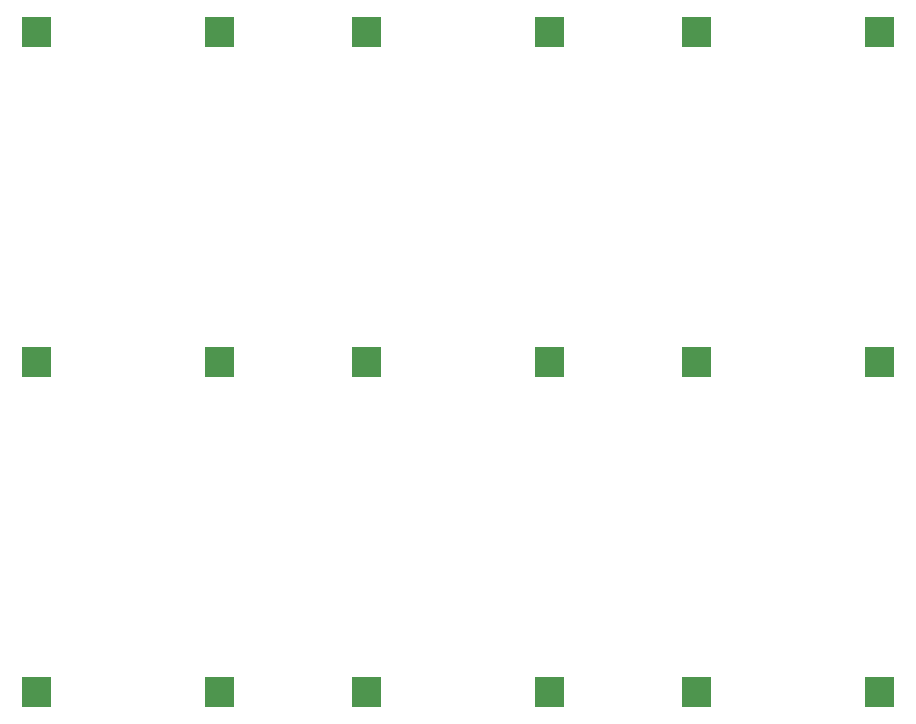
<source format=gbr>
G04 start of page 12 for group -4014 idx -4014 *
G04 Title: (unknown), bottompaste *
G04 Creator: pcb 4.0.2 *
G04 CreationDate: Sun May 15 03:11:06 2022 UTC *
G04 For: railfan *
G04 Format: Gerber/RS-274X *
G04 PCB-Dimensions (mil): 4000.00 4000.00 *
G04 PCB-Coordinate-Origin: lower left *
%MOIN*%
%FSLAX25Y25*%
%LNBOTTOMPASTE*%
%ADD43C,0.0001*%
G54D43*G36*
X115590Y345591D02*Y335748D01*
X125433D01*
Y345591D01*
X115590D01*
G37*
G36*
X54567D02*Y335748D01*
X64410D01*
Y345591D01*
X54567D01*
G37*
G36*
X225590D02*Y335748D01*
X235433D01*
Y345591D01*
X225590D01*
G37*
G36*
X164567D02*Y335748D01*
X174410D01*
Y345591D01*
X164567D01*
G37*
G36*
X335590D02*Y335748D01*
X345433D01*
Y345591D01*
X335590D01*
G37*
G36*
X274567D02*Y335748D01*
X284410D01*
Y345591D01*
X274567D01*
G37*
G36*
X115590Y235591D02*Y225748D01*
X125433D01*
Y235591D01*
X115590D01*
G37*
G36*
X54567D02*Y225748D01*
X64410D01*
Y235591D01*
X54567D01*
G37*
G36*
X225590D02*Y225748D01*
X235433D01*
Y235591D01*
X225590D01*
G37*
G36*
X164567D02*Y225748D01*
X174410D01*
Y235591D01*
X164567D01*
G37*
G36*
X335590D02*Y225748D01*
X345433D01*
Y235591D01*
X335590D01*
G37*
G36*
X274567D02*Y225748D01*
X284410D01*
Y235591D01*
X274567D01*
G37*
G36*
X335590Y125591D02*Y115748D01*
X345433D01*
Y125591D01*
X335590D01*
G37*
G36*
X274567D02*Y115748D01*
X284410D01*
Y125591D01*
X274567D01*
G37*
G36*
X225590D02*Y115748D01*
X235433D01*
Y125591D01*
X225590D01*
G37*
G36*
X164567D02*Y115748D01*
X174410D01*
Y125591D01*
X164567D01*
G37*
G36*
X115590D02*Y115748D01*
X125433D01*
Y125591D01*
X115590D01*
G37*
G36*
X54567D02*Y115748D01*
X64410D01*
Y125591D01*
X54567D01*
G37*
M02*

</source>
